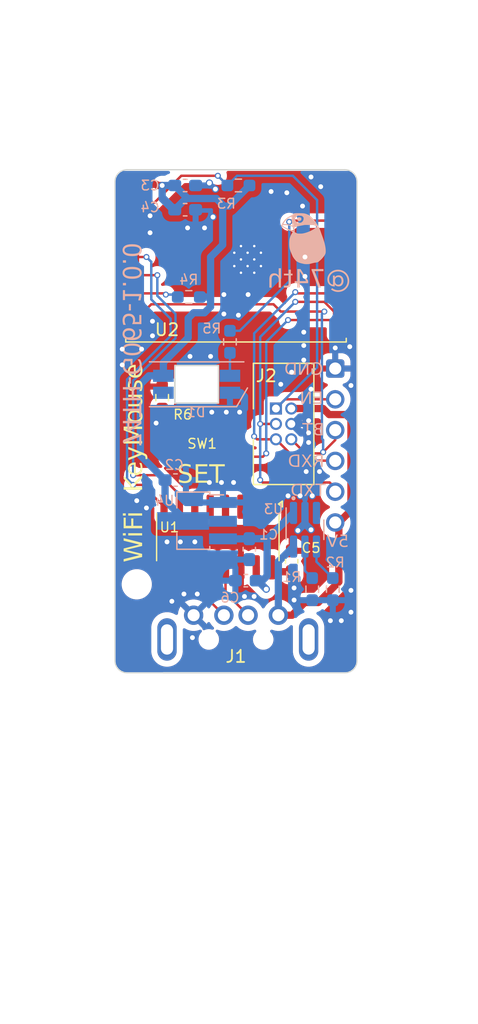
<source format=kicad_pcb>
(kicad_pcb (version 20241229) (generator "pcbnew") (generator_version "9.0")
  (title_block (title "WiFi KeyMouse") (rev "1.0.0"))
  (layers (0 "F.Cu" signal) (2 "B.Cu" signal) (13 "F.Paste" user) (15 "B.Paste" user) (5 "F.SilkS" user "F.Silkscreen") (7 "B.SilkS" user "B.Silkscreen") (1 "F.Mask" user) (3 "B.Mask" user) (25 "Edge.Cuts" user))
  (net 0 "")
  (net 1 "+5V")
  (net 2 "GND")
  (net 3 "+3V3")
  (net 4 "Net-(U1-V33)")
  (net 6 "Net-(D1-DIN)")
  (net 7 "/USB_DP")
  (net 8 "/USB_DM")
  (net 9 "/EN")
  (net 10 "/BOOT")
  (net 11 "/Prog_RXD")
  (net 12 "/Prog_TXD")
  (net 13 "Net-(U3-ISET)")
  (net 14 "Net-(U3-EN#)")
  (net 15 "Net-(U2-IO8{slash}BOOT1)")
  (net 16 "/LED")
  (net 17 "/CH9329_TXD")
  (net 22 "/CH9329_RXD")
  (net 36 "VBUS")
  (net 37 "Net-(R6-Pad2)")
  (net 38 "/SET_SW")
  (footprint "74th:Connector_BoxPinHeader_2x03_P1.27mm" (layer "F.Cu") (at 63.935 64.97)
    (property "Reference" "J2" (at -1.435 -3.97 0) (layer "F.SilkS"))
    (property "Value" "ESP-Prog-ProgramCOM_RECV" (hide yes))
    (pad "1" thru_hole rect (at -0.635 -1.27) (size 1 1) (drill 0.65) (layers "*.Cu" "*.Mask") (net 9 "/EN"))
    (pad "2" thru_hole oval (at 0.635 -1.27) (size 1 1) (drill 0.65) (layers "*.Cu" "*.Mask") (net 36 "VBUS"))
    (pad "3" thru_hole oval (at -0.635 0) (size 1 1) (drill 0.65) (layers "*.Cu" "*.Mask") (net 12 "/Prog_TXD"))
    (pad "4" thru_hole oval (at 0.635 0) (size 1 1) (drill 0.65) (layers "*.Cu" "*.Mask") (net 2 "GND"))
    (pad "5" thru_hole oval (at -0.635 1.27) (size 1 1) (drill 0.65) (layers "*.Cu" "*.Mask") (net 11 "/Prog_RXD"))
    (pad "6" thru_hole oval (at 0.635 1.27) (size 1 1) (drill 0.65) (layers "*.Cu" "*.Mask") (net 10 "/BOOT"))
  )
  (footprint "74th:PinOut_Pin_6_GND" (layer "F.Cu") (at 68.2 73.1 90)
    (property "Reference" "J3" (hide yes))
    (property "Value" "ESP-Prog-ProgramCOM_RECV_Straight" (hide yes))
    (pad "1" thru_hole circle (at 0 0 90) (size 1.524 1.524) (drill 1) (layers "*.Cu" "*.Mask") (net 36 "VBUS"))
    (pad "2" thru_hole circle (at 2.54 0 90) (size 1.524 1.524) (drill 1) (layers "*.Cu" "*.Mask") (net 12 "/Prog_TXD"))
    (pad "3" thru_hole circle (at 5.08 0 90) (size 1.524 1.524) (drill 1) (layers "*.Cu" "*.Mask") (net 11 "/Prog_RXD"))
    (pad "4" thru_hole circle (at 7.62 0 90) (size 1.524 1.524) (drill 1) (layers "*.Cu" "*.Mask") (net 10 "/BOOT"))
    (pad "5" thru_hole circle (at 10.16 0 90) (size 1.524 1.524) (drill 1) (layers "*.Cu" "*.Mask") (net 9 "/EN"))
    (pad "6" thru_hole roundrect (at 12.7 0 90) (size 1.524 1.524) (drill 1) (layers "*.Cu" "*.Mask") (roundrect_rratio 0.1640419948) (net 2 "GND"))
  )
  (footprint "Package_SO:SOP-16_3.9x9.9mm_P1.27mm" (layer "F.Cu") (at 58.5 74.3 -90)
    (property "Reference" "U1" (at -0.8 4 180) (layer "F.SilkS") (effects (font (size 0.8 0.8) (thickness 0.12))))
    (property "Value" "CH9329")
    (pad "1" smd roundrect (at -2.5 -4.445 270) (size 2 0.6) (layers "F.Cu" "F.Mask" "F.Paste"))
    (pad "2" smd roundrect (at -2.5 -3.175 270) (size 2 0.6) (layers "F.Cu" "F.Mask" "F.Paste"))
    (pad "3" smd roundrect (at -2.5 -1.905 270) (size 2 0.6) (layers "F.Cu" "F.Mask" "F.Paste"))
    (pad "4" smd roundrect (at -2.5 -0.635 270) (size 2 0.6) (layers "F.Cu" "F.Mask" "F.Paste"))
    (pad "5" smd roundrect (at -2.5 0.635 270) (size 2 0.6) (layers "F.Cu" "F.Mask" "F.Paste"))
    (pad "6" smd roundrect (at -2.5 1.905 270) (size 2 0.6) (layers "F.Cu" "F.Mask" "F.Paste"))
    (pad "7" smd roundrect (at -2.5 3.175 270) (size 2 0.6) (layers "F.Cu" "F.Mask" "F.Paste") (net 17 "/CH9329_TXD"))
    (pad "8" smd roundrect (at -2.5 4.445 270) (size 2 0.6) (layers "F.Cu" "F.Mask" "F.Paste") (net 22 "/CH9329_RXD"))
    (pad "9" smd roundrect (at 2.5 4.445 270) (size 2 0.6) (layers "F.Cu" "F.Mask" "F.Paste"))
    (pad "10" smd roundrect (at 2.5 3.175 270) (size 2 0.6) (layers "F.Cu" "F.Mask" "F.Paste"))
    (pad "11" smd roundrect (at 2.5 1.905 270) (size 2 0.6) (layers "F.Cu" "F.Mask" "F.Paste"))
    (pad "12" smd roundrect (at 2.5 0.635 270) (size 2 0.6) (layers "F.Cu" "F.Mask" "F.Paste") (net 7 "/USB_DP"))
    (pad "13" smd roundrect (at 2.5 -0.635 270) (size 2 0.6) (layers "F.Cu" "F.Mask" "F.Paste") (net 8 "/USB_DM"))
    (pad "14" smd roundrect (at 2.5 -1.905 270) (size 2 0.6) (layers "F.Cu" "F.Mask" "F.Paste") (net 2 "GND"))
    (pad "15" smd roundrect (at 2.5 -3.175 270) (size 2 0.6) (layers "F.Cu" "F.Mask" "F.Paste") (net 1 "+5V"))
    (pad "16" smd roundrect (at 2.5 -4.445 270) (size 2 0.6) (layers "F.Cu" "F.Mask" "F.Paste") (net 4 "Net-(U1-V33)"))
  )
  (footprint "74th:Connector_USB-A-Plug_TH" (layer "F.Cu") (at 60 82.75)
    (property "Reference" "J1" (at 0 1.4 0) (layer "F.SilkS"))
    (property "Value" "USB_TypeA-2.0_Plug")
    (fp_line (start -6 2.75) (end 6 2.75) (stroke (width 0.12)) (layer "Edge.Cuts"))
    (pad "" thru_hole oval (at -5.7 0) (size 1.6 3.5) (drill oval 1 2.5) (layers "*.Cu" "*.Mask"))
    (pad "" np_thru_hole circle (at -2.25 0) (size 1.2 1.2) (drill 1.2) (layers "*.Cu" "*.Mask"))
    (pad "" np_thru_hole circle (at 2.25 0) (size 1.2 1.2) (drill 1.2) (layers "*.Cu" "*.Mask"))
    (pad "" thru_hole oval (at 6 0) (size 1.6 3.5) (drill oval 1 2.5) (layers "*.Cu" "*.Mask"))
    (pad "1" thru_hole circle (at 3.5 -2) (size 1.6 1.6) (drill 1) (layers "*.Cu" "*.Mask") (net 36 "VBUS"))
    (pad "2" thru_hole circle (at 1 -2) (size 1.6 1.6) (drill 1) (layers "*.Cu" "*.Mask") (net 8 "/USB_DM"))
    (pad "3" thru_hole circle (at -1 -2) (size 1.6 1.6) (drill 1) (layers "*.Cu" "*.Mask") (net 7 "/USB_DP"))
    (pad "4" thru_hole circle (at -3.5 -2) (size 1.6 1.6) (drill 1) (layers "*.Cu" "*.Mask") (net 2 "GND"))
  )
  (footprint "74th:Switch_SKRPABE010" (layer "F.Cu") (at 57.2 66.6)
    (property "Reference" "SW1" (at 0 0 0) (layer "F.SilkS") (effects (font (size 0.8 0.8) (thickness 0.12))))
    (property "Value" "SW_Push" (hide yes))
    (pad "1" smd roundrect (at -2.325 -1.075) (size 1.55 0.65) (layers "F.Cu" "F.Mask" "F.Paste") (net 37 "Net-(R6-Pad2)"))
    (pad "1" smd roundrect (at 2.325 -1.075) (size 1.55 0.65) (layers "F.Cu" "F.Mask" "F.Paste") (net 37 "Net-(R6-Pad2)"))
    (pad "2" smd roundrect (at -2.325 1.075) (size 1.55 0.65) (layers "F.Cu" "F.Mask" "F.Paste") (net 38 "/SET_SW"))
    (pad "2" smd roundrect (at 2.325 1.075) (size 1.55 0.65) (layers "F.Cu" "F.Mask" "F.Paste") (net 38 "/SET_SW"))
  )
  (footprint "74th:Capacitor_0603_1608" (layer "F.Cu") (at 64.6 76.4 90)
    (property "Reference" "C5" (at 1.2 1.6 0) (layer "F.SilkS") (effects (font (size 0.8 0.8) (thickness 0.12))))
    (property "Value" "0.1u" (hide yes))
    (pad "1" smd roundrect (at -0.7625 0 90) (size 1.075 0.95) (layers "F.Cu" "F.Mask" "F.Paste") (net 4 "Net-(U1-V33)"))
    (pad "2" smd roundrect (at 0.9625 0 90) (size 1.075 0.95) (layers "F.Cu" "F.Mask" "F.Paste") (net 2 "GND"))
  )
  (footprint "74th:Module_ESP32-C3-WROOM-02" (layer "F.Cu") (at 60 51.2)
    (property "Reference" "U2" (at -5.7 6 180) (layer "F.SilkS"))
    (property "Value" "ESP32-C3-WROOM-02")
    (pad "1" smd rect (at -8.75 -6) (size 1.5 0.9) (layers "F.Cu" "F.Mask" "F.Paste") (net 3 "+3V3"))
    (pad "2" smd rect (at -8.75 -4.5) (size 1.5 0.9) (layers "F.Cu" "F.Mask" "F.Paste") (net 9 "/EN"))
    (pad "3" smd rect (at -8.75 -3) (size 1.5 0.9) (layers "F.Cu" "F.Mask" "F.Paste"))
    (pad "4" smd rect (at -8.75 -1.5) (size 1.5 0.9) (layers "F.Cu" "F.Mask" "F.Paste"))
    (pad "5" smd rect (at -8.75 0) (size 1.5 0.9) (layers "F.Cu" "F.Mask" "F.Paste") (net 22 "/CH9329_RXD"))
    (pad "6" smd rect (at -8.75 1.5) (size 1.5 0.9) (layers "F.Cu" "F.Mask" "F.Paste") (net 17 "/CH9329_TXD"))
    (pad "7" smd rect (at -8.75 3) (size 1.5 0.9) (layers "F.Cu" "F.Mask" "F.Paste") (net 15 "Net-(U2-IO8{slash}BOOT1)"))
    (pad "8" smd rect (at -8.75 4.5) (size 1.5 0.9) (layers "F.Cu" "F.Mask" "F.Paste") (net 10 "/BOOT"))
    (pad "9" smd rect (at -8.75 6) (size 1.5 0.9) (layers "F.Cu" "F.Mask" "F.Paste") (net 2 "GND"))
    (pad "10" smd rect (at 8.75 6) (size 1.5 0.9) (layers "F.Cu" "F.Mask" "F.Paste") (net 38 "/SET_SW"))
    (pad "11" smd rect (at 8.75 4.5) (size 1.5 0.9) (layers "F.Cu" "F.Mask" "F.Paste") (net 12 "/Prog_TXD"))
    (pad "12" smd rect (at 8.75 3) (size 1.5 0.9) (layers "F.Cu" "F.Mask" "F.Paste") (net 11 "/Prog_RXD"))
    (pad "13" smd rect (at 8.75 1.5) (size 1.5 0.9) (layers "F.Cu" "F.Mask" "F.Paste"))
    (pad "14" smd rect (at 8.75 0) (size 1.5 0.9) (layers "F.Cu" "F.Mask" "F.Paste"))
    (pad "15" smd rect (at 8.75 -1.5) (size 1.5 0.9) (layers "F.Cu" "F.Mask" "F.Paste"))
    (pad "16" smd rect (at 8.75 -3) (size 1.5 0.9) (layers "F.Cu" "F.Mask" "F.Paste") (net 16 "/LED"))
    (pad "17" smd rect (at 8.75 -4.5) (size 1.5 0.9) (layers "F.Cu" "F.Mask" "F.Paste"))
    (pad "18" smd rect (at 8.75 -6) (size 1.5 0.9) (layers "F.Cu" "F.Mask" "F.Paste"))
    (pad "19" thru_hole circle (at -0.14 -0.35) (size 0.6 0.6) (drill 0.2) (property pad_prop_heatsink) (layers "*.Cu" "F.Mask") (net 2 "GND"))
    (pad "19" thru_hole circle (at -0.14 0.75) (size 0.6 0.6) (drill 0.2) (property pad_prop_heatsink) (layers "*.Cu" "F.Mask") (net 2 "GND"))
    (pad "19" thru_hole circle (at 0.41 -0.9) (size 0.6 0.6) (drill 0.2) (property pad_prop_heatsink) (layers "*.Cu" "F.Mask") (net 2 "GND"))
    (pad "19" thru_hole circle (at 0.41 0.2) (size 0.6 0.6) (drill 0.2) (property pad_prop_heatsink) (layers "*.Cu" "F.Mask") (net 2 "GND"))
    (pad "19" thru_hole circle (at 0.41 1.3) (size 0.6 0.6) (drill 0.2) (property pad_prop_heatsink) (layers "*.Cu" "F.Mask") (net 2 "GND"))
    (pad "19" thru_hole circle (at 0.96 -0.35) (size 0.6 0.6) (drill 0.2) (property pad_prop_heatsink) (layers "*.Cu" "F.Mask") (net 2 "GND"))
    (pad "19" smd rect (at 0.96 0.2) (size 2.9 2.9) (property pad_prop_heatsink) (layers "F.Cu" "F.Mask") (net 2 "GND"))
    (pad "19" thru_hole circle (at 0.96 0.75) (size 0.6 0.6) (drill 0.2) (property pad_prop_heatsink) (layers "*.Cu" "F.Mask") (net 2 "GND"))
    (pad "19" thru_hole circle (at 1.51 -0.9) (size 0.6 0.6) (drill 0.2) (property pad_prop_heatsink) (layers "*.Cu" "F.Mask") (net 2 "GND"))
    (pad "19" thru_hole circle (at 1.51 0.2) (size 0.6 0.6) (drill 0.2) (property pad_prop_heatsink) (layers "*.Cu" "F.Mask") (net 2 "GND"))
    (pad "19" thru_hole circle (at 1.51 1.3) (size 0.6 0.6) (drill 0.2) (property pad_prop_heatsink) (layers "*.Cu" "F.Mask") (net 2 "GND"))
    (pad "19" thru_hole circle (at 2.06 -0.35) (size 0.6 0.6) (drill 0.2) (property pad_prop_heatsink) (layers "*.Cu" "F.Mask") (net 2 "GND"))
    (pad "19" thru_hole circle (at 2.06 0.75) (size 0.6 0.6) (drill 0.2) (property pad_prop_heatsink) (layers "*.Cu" "F.Mask") (net 2 "GND"))
    (zone (net 0) (net_name "") (layers "F.Cu" "B.Cu") (connect_pads (clearance 0)) (min_thickness 0.254)
      (keepout (tracks not_allowed) (vias not_allowed) (pads not_allowed) (copperpour not_allowed) (footprints not_allowed))
      (fill (thermal_gap 0.508) (thermal_bridge_width 0.508))
      (polygon (pts (xy 46 44.1) (xy 74 44.1) (xy 74 33.1) (xy 46 33.1)))
    )
  )
  (footprint "74th:Hole_M2_2.0" (layer "F.Cu") (at 51.8 78.2)
    (property "Reference" "M2" (hide yes))
    (property "Value" "Hole_M2_2.0" (hide yes))
    (pad "" np_thru_hole circle (at 0 0) (size 2 2) (drill 2) (layers "*.Cu" "*.Mask"))
  )
  (footprint "74th:Register_0603_1608" (layer "F.Cu") (at 53.9 62.8 -90)
    (property "Reference" "R6" (at 1.4 -1.7 180) (layer "F.SilkS") (effects (font (size 0.8 0.8) (thickness 0.12))))
    (property "Value" "1k" (hide yes))
    (pad "1" smd roundrect (at -0.9125 0 270) (size 0.975 0.95) (layers "F.Cu" "F.Mask" "F.Paste") (net 2 "GND"))
    (pad "2" smd roundrect (at 0.9125 0 270) (size 0.975 0.95) (layers "F.Cu" "F.Mask" "F.Paste") (net 37 "Net-(R6-Pad2)"))
  )
  (footprint "74th:Capacitor_0603_1608" (layer "B.Cu") (at 54.9 69.6)
    (property "Reference" "C2" (at 0 -1.25 0) (layer "B.SilkS") (effects (font (size 0.8 0.8) (thickness 0.12)) (justify mirror)))
    (property "Value" "10u" (hide yes))
    (pad "1" smd roundrect (at -0.7625 0) (size 1.075 0.95) (layers "B.Cu" "B.Mask" "B.Paste") (net 3 "+3V3"))
    (pad "2" smd roundrect (at 0.9625 0) (size 1.075 0.95) (layers "B.Cu" "B.Mask" "B.Paste") (net 2 "GND"))
  )
  (footprint "74th:Package_SOT-23-6" (layer "B.Cu") (at 65.7 73.7 -90)
    (property "Reference" "U3" (at -1.7 2.6 0) (layer "B.SilkS") (effects (font (size 0.8 0.8) (thickness 0.12)) (justify mirror)))
    (property "Value" "CH217K")
    (pad "1" smd roundrect (at -1.3875 0.95 270) (size 1.825 0.6) (layers "B.Cu" "B.Mask" "B.Paste") (net 1 "+5V"))
    (pad "2" smd roundrect (at -1.3875 0 270) (size 1.825 0.6) (layers "B.Cu" "B.Mask" "B.Paste") (net 2 "GND"))
    (pad "3" smd roundrect (at -1.3875 -0.95 270) (size 1.825 0.6) (layers "B.Cu" "B.Mask" "B.Paste"))
    (pad "4" smd roundrect (at 1.3875 -0.95 270) (size 1.825 0.6) (layers "B.Cu" "B.Mask" "B.Paste") (net 14 "Net-(U3-EN#)"))
    (pad "5" smd roundrect (at 1.3875 0 270) (size 1.825 0.6) (layers "B.Cu" "B.Mask" "B.Paste") (net 13 "Net-(U3-ISET)"))
    (pad "6" smd roundrect (at 1.3875 0.95 270) (size 1.825 0.6) (layers "B.Cu" "B.Mask" "B.Paste") (net 36 "VBUS"))
  )
  (footprint "74th:Register_0603_1608" (layer "B.Cu") (at 68 78.6 -90)
    (property "Reference" "R2" (at -2.2 -0.2 0) (layer "B.SilkS") (effects (font (size 0.8 0.8) (thickness 0.12)) (justify mirror)))
    (property "Value" "10k" (hide yes))
    (pad "1" smd roundrect (at -0.9125 0 270) (size 0.975 0.95) (layers "B.Cu" "B.Mask" "B.Paste") (net 14 "Net-(U3-EN#)"))
    (pad "2" smd roundrect (at 0.9125 0 270) (size 0.975 0.95) (layers "B.Cu" "B.Mask" "B.Paste") (net 2 "GND"))
  )
  (footprint "74th:Package_SOT-89-3" (layer "B.Cu") (at 56.475 72.95 180)
    (property "Reference" "U4" (at 2.375 1.65 0) (layer "B.SilkS") (effects (font (size 0.8 0.8) (thickness 0.12)) (justify mirror)))
    (property "Value" "AMS1117")
    (pad "1" smd rect (at -2.45 1.5 180) (size 2.3 0.9) (layers "B.Cu" "B.Mask" "B.Paste") (net 2 "GND"))
    (pad "2" smd rect (at -2.45 -0.05 180) (size 2.3 0.9) (layers "B.Cu" "B.Mask" "B.Paste") (net 3 "+3V3"))
    (pad "2" smd rect (at 0.85 -0.025 180) (size 4.3 1.45) (layers "B.Cu" "B.Mask" "B.Paste") (net 3 "+3V3"))
    (pad "3" smd rect (at -2.45 -1.5 180) (size 2.3 0.9) (layers "B.Cu" "B.Mask" "B.Paste") (net 1 "+5V"))
  )
  (footprint "74th:Register_0603_1608" (layer "B.Cu") (at 66.3 78.6 -90)
    (property "Reference" "R1" (at -1 1.7 0) (layer "B.SilkS") (effects (font (size 0.8 0.8) (thickness 0.12)) (justify mirror)))
    (property "Value" "22k" (hide yes))
    (pad "1" smd roundrect (at -0.9125 0 270) (size 0.975 0.95) (layers "B.Cu" "B.Mask" "B.Paste") (net 13 "Net-(U3-ISET)"))
    (pad "2" smd roundrect (at 0.9125 0 270) (size 0.975 0.95) (layers "B.Cu" "B.Mask" "B.Paste") (net 2 "GND"))
  )
  (footprint "74th:Capacitor_0603_1608" (layer "B.Cu") (at 55.7 47.3)
    (property "Reference" "C4" (at -2.8 -0.2 0) (layer "B.SilkS") (effects (font (size 0.8 0.8) (thickness 0.12)) (justify mirror)))
    (property "Value" "0.1u" (hide yes))
    (pad "1" smd roundrect (at -0.7625 0) (size 1.075 0.95) (layers "B.Cu" "B.Mask" "B.Paste") (net 3 "+3V3"))
    (pad "2" smd roundrect (at 0.9625 0) (size 1.075 0.95) (layers "B.Cu" "B.Mask" "B.Paste") (net 2 "GND"))
  )
  (footprint "74th:Capacitor_0603_1608" (layer "B.Cu") (at 60.9125 77.9 180)
    (property "Reference" "C6" (at 1.4125 -1.4 180) (layer "B.SilkS") (effects (font (size 0.8 0.8) (thickness 0.12)) (justify mirror)))
    (property "Value" "0.1u" (hide yes))
    (pad "1" smd roundrect (at -0.7625 0 180) (size 1.075 0.95) (layers "B.Cu" "B.Mask" "B.Paste") (net 1 "+5V"))
    (pad "2" smd roundrect (at 0.9625 0 180) (size 1.075 0.95) (layers "B.Cu" "B.Mask" "B.Paste") (net 2 "GND"))
  )
  (footprint "74th:Register_0603_1608" (layer "B.Cu") (at 56.1 54.5 180)
    (property "Reference" "R4" (at 0 1.43 0) (layer "B.SilkS") (effects (font (size 0.8 0.8) (thickness 0.12)) (justify mirror)))
    (property "Value" "10k" (hide yes))
    (pad "1" smd roundrect (at -0.9125 0 180) (size 0.975 0.95) (layers "B.Cu" "B.Mask" "B.Paste") (net 3 "+3V3"))
    (pad "2" smd roundrect (at 0.9125 0 180) (size 0.975 0.95) (layers "B.Cu" "B.Mask" "B.Paste") (net 15 "Net-(U2-IO8{slash}BOOT1)"))
  )
  (footprint "74th:Register_0603_1608" (layer "B.Cu") (at 59.5 58.2 -90)
    (property "Reference" "R5" (at -1.1 1.5 0) (layer "B.SilkS") (effects (font (size 0.8 0.8) (thickness 0.12)) (justify mirror)))
    (property "Value" "200" (hide yes))
    (pad "1" smd roundrect (at -0.9125 0 270) (size 0.975 0.95) (layers "B.Cu" "B.Mask" "B.Paste") (net 16 "/LED"))
    (pad "2" smd roundrect (at 0.9125 0 270) (size 0.975 0.95) (layers "B.Cu" "B.Mask" "B.Paste") (net 6 "Net-(D1-DIN)"))
  )
  (footprint "74th:LED_SK6812MINI-E_BACK-RIGHT" (layer "B.Cu") (at 56.75 61.7 180)
    (property "Reference" "D1" (at 0.05 -2.3 0) (layer "B.SilkS") (effects (font (size 0.8 0.8) (thickness 0.12)) (justify mirror)))
    (property "Value" "SK6812MINI-E_RGBLED" (hide yes))
    (fp_line (start 1.8 1.55) (end -1.8 1.55) (stroke (width 0.12)) (layer "Edge.Cuts"))
    (fp_line (start 1.8 -1.55) (end 1.8 1.55) (stroke (width 0.12)) (layer "Edge.Cuts"))
    (fp_line (start -1.8 1.55) (end -1.8 -1.55) (stroke (width 0.12)) (layer "Edge.Cuts"))
    (fp_line (start -1.8 -1.55) (end 1.8 -1.55) (stroke (width 0.12)) (layer "Edge.Cuts"))
    (pad "1" smd rect (at 2.75 0.7 180) (size 1.7 1) (layers "B.Cu" "B.Mask" "B.Paste") (net 3 "+3V3"))
    (pad "2" smd rect (at 2.75 -0.7 180) (size 1.7 1) (layers "B.Cu" "B.Mask" "B.Paste"))
    (pad "3" smd rect (at -2.75 -0.7 180) (size 1.7 1) (layers "B.Cu" "B.Mask" "B.Paste") (net 2 "GND"))
    (pad "4" smd rect (at -2.75 0.7 180) (size 1.7 1) (layers "B.Cu" "B.Mask" "B.Paste") (net 6 "Net-(D1-DIN)"))
  )
  (footprint "74th:Capacitor_0603_1608" (layer "B.Cu") (at 61.1 75.2 -90)
    (property "Reference" "C1" (at -1.1 -1.6 180) (layer "B.SilkS") (effects (font (size 0.8 0.8) (thickness 0.12)) (justify mirror)))
    (property "Value" "10u" (hide yes))
    (pad "1" smd roundrect (at -0.7625 0 270) (size 1.075 0.95) (layers "B.Cu" "B.Mask" "B.Paste") (net 1 "+5V"))
    (pad "2" smd roundrect (at 0.9625 0 270) (size 1.075 0.95) (layers "B.Cu" "B.Mask" "B.Paste") (net 2 "GND"))
  )
  (footprint "74th:Capacitor_0603_1608" (layer "B.Cu") (at 55.7 45.3)
    (property "Reference" "C3" (at -2.8 0 0) (layer "B.SilkS") (effects (font (size 0.8 0.8) (thickness 0.12)) (justify mirror)))
    (property "Value" "22u" (hide yes))
    (pad "1" smd roundrect (at -0.7625 0) (size 1.075 0.95) (layers "B.Cu" "B.Mask" "B.Paste") (net 3 "+3V3"))
    (pad "2" smd roundrect (at 0.9625 0) (size 1.075 0.95) (layers "B.Cu" "B.Mask" "B.Paste") (net 2 "GND"))
  )
  (footprint "74th:Register_0603_1608" (layer "B.Cu") (at 60.2 45.3 180)
    (property "Reference" "R3" (at 1 -1.5 180) (layer "B.SilkS") (effects (font (size 0.8 0.8) (thickness 0.12)) (justify mirror)))
    (property "Value" "10k" (hide yes))
    (pad "1" smd roundrect (at -0.9125 0 180) (size 0.975 0.95) (layers "B.Cu" "B.Mask" "B.Paste") (net 3 "+3V3"))
    (pad "2" smd roundrect (at 0.9125 0 180) (size 0.975 0.95) (layers "B.Cu" "B.Mask" "B.Paste") (net 9 "/EN"))
  )
  (footprint "74th:Logo_74th_5mm" (layer "B.Cu") (at 65.7 49.9 180)
    (property "Reference" "MISC-ICON" (hide yes))
    (property "Value" "LOGO" (hide yes))
  )
  (gr_line (start 70 84.5) (end 70 45) (stroke (width 0.1)) (layer "Edge.Cuts"))
  (gr_arc (start 70 84.5) (mid 69.707107 85.207107) (end 69 85.5) (stroke (width 0.1)) (layer "Edge.Cuts"))
  (gr_arc (start 50 45) (mid 50.292893 44.292893) (end 51 44) (stroke (width 0.1)) (layer "Edge.Cuts"))
  (gr_line (start 69 85.5) (end 66 85.5) (stroke (width 0.1)) (layer "Edge.Cuts"))
  (gr_arc (start 69 44) (mid 69.707107 44.292893) (end 70 45) (stroke (width 0.1)) (layer "Edge.Cuts"))
  (gr_line (start 51 44) (end 69 44) (stroke (width 0.1)) (layer "Edge.Cuts"))
  (gr_line (start 50 84.5) (end 50 45) (stroke (width 0.1)) (layer "Edge.Cuts"))
  (gr_line (start 51 85.5) (end 54 85.5) (stroke (width 0.1)) (layer "Edge.Cuts"))
  (gr_arc (start 51 85.5) (mid 50.292893 85.207107) (end 50 84.5) (stroke (width 0.1)) (layer "Edge.Cuts"))
  (gr_text "KeyMouse" (at 52.5 70.6 90) (layer "F.SilkS") (effects (font (size 1.5 1.5) (thickness 0.2)) (justify left bottom)))
  (gr_text "WiFi" (at 52.5 76.4 90) (layer "F.SilkS") (effects (font (size 1.5 1.5) (thickness 0.2)) (justify left bottom)))
  (gr_text "SET" (at 57.1 69.2 0) (layer "F.SilkS") (effects (font (size 1.5 1.5) (thickness 0.2))))
  (gr_text "BT" (at 67.3 65.5 0) (layer "B.SilkS") (effects (font (size 1 1) (thickness 0.12)) (justify left mirror)))
  (gr_text "74TH-G065-${REVISION}" (at 50.4 66.9 270) (layer "B.SilkS") (effects (font (size 1.5 1.4) (thickness 0.12)) (justify left bottom mirror)))
  (gr_text "TXD" (at 67.4 70.5 0) (layer "B.SilkS") (effects (font (size 1 1) (thickness 0.12)) (justify left mirror)))
  (gr_text "GND" (at 67.2 60.5 0) (layer "B.SilkS") (effects (font (size 1 1) (thickness 0.12)) (justify left mirror)))
  (gr_text "@74th" (at 69.5 53.9775 0) (layer "B.SilkS") (effects (font (size 1.5 1.5) (thickness 0.12)) (justify left bottom mirror)))
  (gr_text "5V" (at 68.4 74.7 0) (layer "B.SilkS") (effects (font (size 1 1) (thickness 0.12)) (justify mirror)))
  (gr_text "EN" (at 67.2 62.9 0) (layer "B.SilkS") (effects (font (size 1 1) (thickness 0.12)) (justify left mirror)))
  (gr_text "RXD" (at 67.3 68.1 0) (layer "B.SilkS") (effects (font (size 1 1) (thickness 0.12)) (justify left mirror)))
  (segment (start 62.5 78.6) (end 61.675 77.775) (width 0.6) (layer "F.Cu") (net 1))
  (segment (start 61.675 77.775) (end 61.675 76.8) (width 0.6) (layer "F.Cu") (net 1))
  (via (at 62.5 78.6) (size 0.6) (drill 0.4) (layers "F.Cu" "B.Cu") (net 1))
  (segment (start 61.1 74.4375) (end 62.525 74.4375) (width 0.6) (layer "B.Cu") (net 1))
  (segment (start 62.575 77.5) (end 62.575 74.7375) (width 0.6) (layer "B.Cu") (net 1))
  (segment (start 62.575 74.4875) (end 62.575 77.5) (width 0.6) (layer "B.Cu") (net 1))
  (segment (start 58.925 74.45) (end 61.0875 74.45) (width 0.6) (layer "B.Cu") (net 1))
  (segment (start 62.525 74.4375) (end 62.575 74.4875) (width 0.6) (layer "B.Cu") (net 1))
  (segment (start 64.75 72.3125) (end 62.575 74.4875) (width 0.6) (layer "B.Cu") (net 1))
  (segment (start 61.0875 74.45) (end 61.1 74.4375) (width 0.6) (layer "B.Cu") (net 1))
  (segment (start 61.675 77.9) (end 61.8 77.9) (width 0.6) (layer "B.Cu") (net 1))
  (segment (start 61.675 77.9) (end 62.175 77.9) (width 0.6) (layer "B.Cu") (net 1))
  (segment (start 62.175 77.9) (end 62.575 77.5) (width 0.6) (layer "B.Cu") (net 1))
  (segment (start 61.8 77.9) (end 62.5 78.6) (width 0.6) (layer "B.Cu") (net 1))
  (via (at 64.6 60.7) (size 0.6) (drill 0.4) (layers "F.Cu" "B.Cu") (net 2))
  (via (at 66.2 62.1) (size 0.6) (drill 0.4) (layers "F.Cu" "B.Cu") (net 2))
  (via (at 59.2 64) (size 0.6) (drill 0.4) (layers "F.Cu" "B.Cu") (net 2))
  (via (at 69.5 61.8) (size 0.6) (drill 0.4) (layers "F.Cu" "B.Cu") (net 2))
  (via (at 65.1142 73.761487) (size 0.6) (drill 0.4) (layers "F.Cu" "B.Cu") (net 2))
  (via (at 64.8 78.5) (size 0.6) (drill 0.4) (layers "F.Cu" "B.Cu") (net 2))
  (via (at 50.6 60.1) (size 0.6) (drill 0.4) (layers "F.Cu" "B.Cu") (net 2))
  (via (at 58.1 47.9) (size 0.6) (drill 0.4) (layers "F.Cu" "B.Cu") (net 2))
  (via (at 64.2 45.9) (size 0.6) (drill 0.4) (layers "F.Cu" "B.Cu") (net 2))
  (via (at 53.4 64.9) (size 0.6) (drill 0.4) (layers "F.Cu" "B.Cu") (net 2))
  (via (at 65.5 47) (size 0.6) (drill 0.4) (layers "F.Cu" "B.Cu") (net 2))
  (via (at 61 54.3) (size 0.6) (drill 0.4) (layers "F.Cu" "B.Cu") (net 2))
  (via (at 52.9 49.2) (size 0.6) (drill 0.4) (layers "F.Cu" "B.Cu") (net 2))
  (via (at 66.2 44.6) (size 0.6) (drill 0.4) (layers "F.Cu" "B.Cu") (net 2))
  (via (at 56.6 74.7) (size 0.6) (drill 0.4) (layers "F.Cu" "B.Cu") (net 2))
  (via (at 66.3 70.9) (size 0.6) (drill 0.4) (layers "F.Cu" "B.Cu") (net 2))
  (via (at 63.7 61.7) (size 0.6) (drill 0.4) (layers "F.Cu" "B.Cu") (net 2))
  (via (at 57.8 69.8) (size 0.6) (drill 0.4) (layers "F.Cu" "B.Cu") (net 2))
  (via (at 52.6 71.9) (size 0.6) (drill 0.4) (layers "F.Cu" "B.Cu") (net 2))
  (via (at 66 66.5) (size 0.6) (drill 0.4) (layers "F.Cu" "B.Cu") (net 2))
  (via (at 59 55.9) (size 0.6) (drill 0.4) (layers "F.Cu" "B.Cu") (net 2))
  (via (at 53.1 57.7) (size 0.6) (drill 0.4) (layers "F.Cu" "B.Cu") (net 2))
  (via (at 56 48.8) (size 0.6) (drill 0.4) (layers "F.Cu" "B.Cu") (net 2))
  (via (at 60.7 79.2) (size 0.6) (drill 0.4) (layers "F.Cu" "B.Cu") (net 2))
  (via (at 54.3 74.7) (size 0.6) (drill 0.4) (layers "F.Cu" "B.Cu") (net 2))
  (via (at 57.9 59.4) (size 0.6) (drill 0.4) (layers "F.Cu" "B.Cu") (net 2))
  (via (at 64.8 79.5) (size 0.6) (drill 0.4) (layers "F.Cu" "B.Cu") (net 2))
  (via (at 62.9 45.8) (size 0.6) (drill 0.4) (layers "F.Cu" "B.Cu") (net 2))
  (via (at 52.9 47.8) (size 0.6) (drill 0.4) (layers "F.Cu" "B.Cu") (net 2))
  (via (at 67 45.4) (size 0.6) (drill 0.4) (layers "F.Cu" "B.Cu") (net 2))
  (via (at 67.8 81.2) (size 0.6) (drill 0.4) (layers "F.Cu" "B.Cu") (net 2))
  (via (at 51.8 71.3) (size 0.6) (drill 0.4) (layers "F.Cu" "B.Cu") (net 2))
  (via (at 66 65.7) (size 0.6) (drill 0.4) (layers "F.Cu" "B.Cu") (net 2))
  (via (at 66 64.7) (size 0.6) (drill 0.4) (layers "F.Cu" "B.Cu") (net 2))
  (via (at 69.5 80.5) (size 0.6) (drill 0.4) (layers "F.Cu" "B.Cu") (net 2))
  (via (at 57.8 45.1) (size 0.6) (drill 0.4) (layers "F.Cu" "B.Cu") (net 2))
  (via (at 58 64) (size 0.6) (drill 0.4) (layers "F.Cu" "B.Cu") (net 2))
  (via (at 59.8 69.8) (size 0.6) (drill 0.4) (layers "F.Cu" "B.Cu") (net 2))
  (via (at 58.8 69.8) (size 0.6) (drill 0.4) (layers "F.Cu" "B.Cu") (net 2))
  (via (at 50.6 58.8) (size 0.6) (drill 0.4) (layers "F.Cu" "B.Cu") (net 2))
  (via (at 55.4 74.7) (size 0.6) (drill 0.4) (layers "F.Cu" "B.Cu") (net 2))
  (via (at 65.3 70.9) (size 0.6) (drill 0.4) (layers "F.Cu" "B.Cu") (net 2))
  (via (at 57.4 48.8) (size 0.6) (drill 0.4) (layers "F.Cu" "B.Cu") (net 2))
  (via (at 66.2 73.7) (size 0.6) (drill 0.4) (layers "F.Cu" "B.Cu") (net 2))
  (via (at 56.2 59.4) (size 0.6) (drill 0.4) (layers "F.Cu" "B.Cu") (net 2))
  (via (at 55.7 79) (size 0.6) (drill 0.4) (layers "F.Cu" "B.Cu") (net 2))
  (via (at 66.9 68.9) (size 0.6) (drill 0.4) (layers "F.Cu" "B.Cu") (net 2))
  (via (at 52.2 58.8) (size 0.6) (drill 0.4) (layers "F.Cu" "B.Cu") (net 2))
  (via (at 65.6 58.5) (size 0.6) (drill 0.4) (layers "F.Cu" "B.Cu") (net 2))
  (via (at 65.7 51.2) (size 0.6) (drill 0.4) (layers "F.Cu" "B.Cu") (net 2))
  (via (at 65.7 52.8) (size 0.6) (drill 0.4) (layers "F.Cu" "B.Cu") (net 2))
  (via (at 65.8 68.9) (size 0.6) (drill 0.4) (layers "F.Cu" "B.Cu") (net 2))
  (via (at 64.3 70.9) (size 0.6) (drill 0.4) (layers "F.Cu" "B.Cu") (net 2))
  (via (at 60.3 64) (size 0.6) (drill 0.4) (layers "F.Cu" "B.Cu") (net 2))
  (via (at 59 54.3) (size 0.6) (drill 0.4) (layers "F.Cu" "B.Cu") (net 2))
  (via (at 68.7 81.2) (size 0.6) (drill 0.4) (layers "F.Cu" "B.Cu") (net 2))
  (via (at 65.6 59.7) (size 0.6) (drill 0.4) (layers "F.Cu" "B.Cu") (net 2))
  (via (at 56.4 82.6) (size 0.6) (drill 0.4) (layers "F.Cu" "B.Cu") (net 2))
  (via (at 69.4 58.6) (size 0.6) (drill 0.4) (layers "F.Cu" "B.Cu") (net 2))
  (via (at 65.6 57.4) (size 0.6) (drill 0.4) (layers "F.Cu" "B.Cu") (net 2))
  (via (at 54.7 79.6) (size 0.6) (drill 0.4) (layers "F.Cu" "B.Cu") (net 2))
  (via (at 53.1 56.5) (size 0.6) (drill 0.4) (layers "F.Cu" "B.Cu") (net 2))
  (via (at 61.5 79.2) (size 0.6) (drill 0.4) (layers "F.Cu" "B.Cu") (net 2))
  (via (at 56.8 79) (size 0.6) (drill 0.4) (layers "F.Cu" "B.Cu") (net 2))
  (via (at 60.2 56) (size 0.6) (drill 0.4) (layers "F.Cu" "B.Cu") (net 2))
  (via (at 68.2 58.7) (size 0.6) (drill 0.4) (layers "F.Cu" "B.Cu") (net 2))
  (via (at 69.5 78.7) (size 0.6) (drill 0.4) (layers "F.Cu" "B.Cu") (net 2))
  (via (at 58.3 45.6) (size 0.6) (drill 0.4) (layers "F.Cu" "B.Cu") (net 2))
  (segment (start 59.5 62.4) (end 60.4 62.4) (width 0.6) (layer "B.Cu") (net 2))
  (segment (start 60.7 62.7) (end 60.7 63.7) (width 0.6) (layer "B.Cu") (net 2))
  (segment (start 60.4 62.4) (end 60.7 62.7) (width 0.6) (layer "B.Cu") (net 2))
  (segment (start 60.4 64) (end 60.3 64) (width 0.6) (layer "B.Cu") (net 2))
  (segment (start 60.7 63.7) (end 60.4 64) (width 0.6) (layer "B.Cu") (net 2))
  (segment (start 65.4 65.7) (end 66 65.7) (width 0.6) (layer "B.Cu") (net 2))
  (segment (start 65.3 64.4) (end 65.7 64.4) (width 0.6) (layer "B.Cu") (net 2))
  (segment (start 65.7 73.2) (end 66.2 73.7) (width 0.6) (layer "B.Cu") (net 2))
  (segment (start 64.644918 64.97) (end 65.387459 65.712541) (width 0.6) (layer "B.Cu") (net 2))
  (segment (start 65.7 72.3125) (end 65.7 73.175687) (width 0.6) (layer "B.Cu") (net 2))
  (segment (start 65.7 73.175687) (end 65.1142 73.761487) (width 0.6) (layer "B.Cu") (net 2))
  (segment (start 65.387459 65.712541) (end 65.4 65.7) (width 0.6) (layer "B.Cu") (net 2))
  (segment (start 64.57 64.97) (end 64.73 64.97) (width 0.6) (layer "B.Cu") (net 2))
  (segment (start 65.7 72.3125) (end 65.7 73.2) (width 0.6) (layer "B.Cu") (net 2))
  (segment (start 65.7 64.4) (end 66 64.7) (width 0.6) (layer "B.Cu") (net 2))
  (segment (start 64.73 64.97) (end 65.3 64.4) (width 0.6) (layer "B.Cu") (net 2))
  (segment (start 64.57 64.97) (end 64.644918 64.97) (width 0.6) (layer "B.Cu") (net 2))
  (segment (start 53.5 45.3) (end 53.4 45.2) (width 0.6) (layer "F.Cu") (net 3))
  (segment (start 53.9 45.3) (end 53.5 45.3) (width 0.6) (layer "F.Cu") (net 3))
  (segment (start 53.4 45.2) (end 51.25 45.2) (width 0.6) (layer "F.Cu") (net 3))
  (via (at 53.9 45.3) (size 0.6) (drill 0.4) (layers "F.Cu" "B.Cu") (net 3))
  (segment (start 54.8 47.3) (end 53.9 46.4) (width 0.6) (layer "B.Cu") (net 3))
  (segment (start 58.9 47.1) (end 59 47) (width 0.6) (layer "B.Cu") (net 3))
  (segment (start 55.8635 46.374) (end 55.8635 46.226) (width 0.6) (layer "B.Cu") (net 3))
  (segment (start 54 61) (end 54 59.9) (width 0.6) (layer "B.Cu") (net 3))
  (segment (start 58.9 50.2) (end 58.9 47.1) (width 0.6) (layer "B.Cu") (net 3))
  (segment (start 54.9375 45.3) (end 53.9 45.3) (width 0.6) (layer "B.Cu") (net 3))
  (segment (start 56.5 55.8) (end 57.4 55.8) (width 0.6) (layer "B.Cu") (net 3))
  (segment (start 53.9 46.2625) (end 54.9375 47.3) (width 0.6) (layer "B.Cu") (net 3))
  (segment (start 54 59.9) (end 56.05 57.85) (width 0.6) (layer "B.Cu") (net 3))
  (segment (start 52.1 67.5625) (end 52.1 61.7) (width 0.6) (layer "B.Cu") (net 3))
  (segment (start 57.4 55.8) (end 57.9 55.3) (width 0.6) (layer "B.Cu") (net 3))
  (segment (start 52.1 61.7) (end 52.8 61) (width 0.6) (layer "B.Cu") (net 3))
  (segment (start 59.4125 47) (end 61.1125 45.3) (width 0.6) (layer "B.Cu") (net 3))
  (segment (start 54.9375 47.3) (end 54.8 47.3) (width 0.6) (layer "B.Cu") (net 3))
  (segment (start 57.9 54.1) (end 57.9 55.3) (width 0.6) (layer "B.Cu") (net 3))
  (segment (start 57.9 54.5) (end 57.9 54.1) (width 0.6) (layer "B.Cu") (net 3))
  (segment (start 55.625 72.75) (end 54.1375 71.2625) (width 0.6) (layer "B.Cu") (net 3))
  (segment (start 52.8 61) (end 54 61) (width 0.6) (layer "B.Cu") (net 3))
  (segment (start 55.8635 46.226) (end 54.9375 45.3) (width 0.6) (layer "B.Cu") (net 3))
  (segment (start 55.625 72.975) (end 55.625 72.75) (width 0.6) (layer "B.Cu") (net 3))
  (segment (start 57.9 54.1) (end 57.9 51.2) (width 0.6) (layer "B.Cu") (net 3))
  (segment (start 57.9 51.2) (end 58.9 50.2) (width 0.6) (layer "B.Cu") (net 3))
  (segment (start 58.374 46.374) (end 55.8635 46.374) (width 0.6) (layer "B.Cu") (net 3))
  (segment (start 56.05 56.25) (end 56.5 55.8) (width 0.6) (layer "B.Cu") (net 3))
  (segment (start 59 47) (end 59.4125 47) (width 0.6) (layer "B.Cu") (net 3))
  (segment (start 55.8635 46.374) (end 54.9375 47.3) (width 0.6) (layer "B.Cu") (net 3))
  (segment (start 54.1375 71.2625) (end 54.1375 69.6) (width 0.6) (layer "B.Cu") (net 3))
  (segment (start 59 47) (end 58.374 46.374) (width 0.6) (layer "B.Cu") (net 3))
  (segment (start 53.9 45.3) (end 53.9 46.2625) (width 0.6) (layer "B.Cu") (net 3))
  (segment (start 54.1375 69.6) (end 52.1 67.5625) (width 0.6) (layer "B.Cu") (net 3))
  (segment (start 57.0125 54.5) (end 57.9 54.5) (width 0.6) (layer "B.Cu") (net 3))
  (segment (start 56.05 57.85) (end 56.05 56.25) (width 0.6) (layer "B.Cu") (net 3))
  (segment (start 63.3075 77.1625) (end 62.945 76.8) (width 0.6) (layer "F.Cu") (net 4))
  (segment (start 64.6 77.1625) (end 63.3075 77.1625) (width 0.6) (layer "F.Cu") (net 4))
  (segment (start 59.5 59.1125) (end 59.5 61) (width 0.2) (layer "B.Cu") (net 6))
  (segment (start 59 80.75) (end 57.865 79.615) (width 0.2) (layer "F.Cu") (net 7))
  (segment (start 57.865 79.615) (end 57.865 76.8) (width 0.2) (layer "F.Cu") (net 7))
  (segment (start 59.135 78.885) (end 59.135 76.8) (width 0.2) (layer "F.Cu") (net 8))
  (segment (start 61 80.75) (end 59.135 78.885) (width 0.2) (layer "F.Cu") (net 8))
  (segment (start 55.479232 44.5) (end 58.5 44.5) (width 0.2) (layer "F.Cu") (net 9))
  (segment (start 64.06 62.94) (end 68.2 62.94) (width 0.2) (layer "F.Cu") (net 9))
  (segment (start 64.06 62.94) (end 63.3 63.7) (width 0.2) (layer "F.Cu") (net 9))
  (segment (start 51.25 46.7) (end 53.279232 46.7) (width 0.2) (layer "F.Cu") (net 9))
  (segment (start 53.279232 46.7) (end 55.479232 44.5) (width 0.2) (layer "F.Cu") (net 9))
  (via (at 58.5 44.5) (size 0.5) (drill 0.3) (layers "F.Cu" "B.Cu") (net 9))
  (segment (start 59.2875 45.2875) (end 58.5 44.5) (width 0.2) (layer "B.Cu") (net 9))
  (segment (start 66.7 46.5) (end 64.7 44.5) (width 0.2) (layer "B.Cu") (net 9))
  (segment (start 63.3 63.7) (end 66.7 60.3) (width 0.2) (layer "B.Cu") (net 9))
  (segment (start 60.0875 44.5) (end 59.2875 45.3) (width 0.2) (layer "B.Cu") (net 9))
  (segment (start 64.7 44.5) (end 60.0875 44.5) (width 0.2) (layer "B.Cu") (net 9))
  (segment (start 66.7 60.3) (end 66.7 46.5) (width 0.2) (layer "B.Cu") (net 9))
  (segment (start 59.2875 45.3) (end 59.2875 45.2875) (width 0.2) (layer "B.Cu") (net 9))
  (segment (start 53 55.1) (end 63.1 55.1) (width 0.2) (layer "F.Cu") (net 10))
  (segment (start 63.7 55.7) (end 67.3 55.7) (width 0.2) (layer "F.Cu") (net 10))
  (segment (start 65.73 67.4) (end 64.57 66.24) (width 0.2) (layer "F.Cu") (net 10))
  (segment (start 67.2 67.3) (end 67.1 67.4) (width 0.2) (layer "F.Cu") (net 10))
  (segment (start 51.25 55.7) (end 52.4 55.7) (width 0.2) (layer "F.Cu") (net 10))
  (segment (start 67.1 67.4) (end 65.73 67.4) (width 0.2) (layer "F.Cu") (net 10))
  (segment (start 63.1 55.1) (end 63.7 55.7) (width 0.2) (layer "F.Cu") (net 10))
  (segment (start 68.2 66.3) (end 67.2 67.3) (width 0.2) (layer "F.Cu") (net 10))
  (segment (start 68.2 65.48) (end 68.2 66.3) (width 0.2) (layer "F.Cu") (net 10))
  (segment (start 52.4 55.7) (end 53 55.1) (width 0.2) (layer "F.Cu") (net 10))
  (via (at 67.3 55.7) (size 0.5) (drill 0.3) (layers "F.Cu" "B.Cu") (net 10))
  (via (at 67.2 67.3) (size 0.5) (drill 0.3) (layers "F.Cu" "B.Cu") (net 10))
  (segment (start 67.2 67.3) (end 67.2 66.3) (width 0.2) (layer "B.Cu") (net 10))
  (segment (start 67.2 66.3) (end 67.1 66.2) (width 0.2) (layer "B.Cu") (net 10))
  (segment (start 67.1 66.2) (end 67.1 55.9) (width 0.2) (layer "B.Cu") (net 10))
  (segment (start 67.1 55.9) (end 67.3 55.7) (width 0.2) (layer "B.Cu") (net 10))
  (segment (start 68.89 54.2) (end 66 54.2) (width 0.2) (layer "F.Cu") (net 11))
  (segment (start 61.74 66.24) (end 63.3 66.24) (width 0.2) (layer "F.Cu") (net 11))
  (segment (start 68.48 68) (end 65.06 68) (width 0.2) (layer "F.Cu") (net 11))
  (segment (start 65 54.2) (end 64.9 54.1) (width 0.2) (layer "F.Cu") (net 11))
  (segment (start 61.5 66) (end 61.74 66.24) (width 0.2) (layer "F.Cu") (net 11))
  (segment (start 65.06 68) (end 63.3 66.24) (width 0.2) (layer "F.Cu") (net 11))
  (segment (start 66 54.2) (end 65 54.2) (width 0.2) (layer "F.Cu") (net 11))
  (segment (start 66 54.2) (end 68.75 54.2) (width 0.2) (layer "F.Cu") (net 11))
  (via (at 61.5 66) (size 0.5) (drill 0.3) (layers "F.Cu" "B.Cu") (net 11))
  (via (at 64.9 54.1) (size 0.5) (drill 0.3) (layers "F.Cu" "B.Cu") (net 11))
  (segment (start 61.5 57.5) (end 64.9 54.1) (width 0.2) (layer "B.Cu") (net 11))
  (segment (start 61.5 66) (end 61.5 57.5) (width 0.2) (layer "B.Cu") (net 11))
  (segment (start 62.2 69.8) (end 67.74 69.8) (width 0.2) (layer "F.Cu") (net 12))
  (segment (start 62 64.97) (end 63.3 64.97) (width 0.2) (layer "F.Cu") (net 12))
  (segment (start 68.1 55.7) (end 68.75 55.7) (width 0.2) (layer "F.Cu") (net 12))
  (segment (start 64.9 54.9) (end 67.3 54.9) (width 0.2) (layer "F.Cu") (net 12))
  (segment (start 67.3 54.9) (end 68.1 55.7) (width 0.2) (layer "F.Cu") (net 12))
  (segment (start 68.1 55.7) (end 68.89 55.7) (width 0.2) (layer "F.Cu") (net 12))
  (segment (start 62 69.6) (end 62.2 69.8) (width 0.2) (layer "F.Cu") (net 12))
  (segment (start 67.74 69.8) (end 68.5 70.56) (width 0.2) (layer "F.Cu") (net 12))
  (via (at 64.9 54.9) (size 0.5) (drill 0.3) (layers "F.Cu" "B.Cu") (net 12))
  (via (at 62 69.6) (size 0.5) (drill 0.3) (layers "F.Cu" "B.Cu") (net 12))
  (via (at 62 64.97) (size 0.5) (drill 0.3) (layers "F.Cu" "B.Cu") (net 12))
  (segment (start 62 64.97) (end 62 57.8) (width 0.2) (layer "B.Cu") (net 12))
  (segment (start 62 57.8) (end 64.9 54.9) (width 0.2) (layer "B.Cu") (net 12))
  (segment (start 62 64.97) (end 62 69.6) (width 0.2) (layer "B.Cu") (net 12))
  (segment (start 66.3 77.6875) (end 65.7 77.0875) (width 0.2) (layer "B.Cu") (net 13))
  (segment (start 65.7 77.0875) (end 65.7 75.0875) (width 0.2) (layer "B.Cu") (net 13))
  (segment (start 66.65 76.3375) (end 66.65 76.2) (width 0.2) (layer "B.Cu") (net 14))
  (segment (start 66.65 76.2) (end 66.65 75.0875) (width 0.2) (layer "B.Cu") (net 14))
  (segment (start 68 77.6875) (end 66.65 76.3375) (width 0.2) (layer "B.Cu") (net 14))
  (segment (start 54.1 54.2) (end 54.2 54.3) (width 0.2) (layer "F.Cu") (net 15))
  (segment (start 51.25 54.2) (end 54.1 54.2) (width 0.2) (layer "F.Cu") (net 15))
  (via (at 54.2 54.3) (size 0.5) (drill 0.3) (layers "F.Cu" "B.Cu") (net 15))
  (segment (start 54.9875 54.3) (end 55.1875 54.5) (width 0.2) (layer "B.Cu") (net 15))
  (segment (start 54.2 54.3) (end 54.9875 54.3) (width 0.2) (layer "B.Cu") (net 15))
  (segment (start 64.5 48.2) (end 67 48.2) (width 0.2) (layer "F.Cu") (net 16))
  (segment (start 67 48.2) (end 68.89 48.2) (width 0.2) (layer "F.Cu") (net 16))
  (segment (start 67 48.2) (end 68.75 48.2) (width 0.2) (layer "F.Cu") (net 16))
  (segment (start 64.4 48.3) (end 64.5 48.2) (width 0.2) (layer "F.Cu") (net 16))
  (via (at 64.4 48.3) (size 0.5) (drill 0.3) (layers "F.Cu" "B.Cu") (net 16))
  (segment (start 59.5 57.2875) (end 60.3125 57.2875) (width 0.2) (layer "B.Cu") (net 16))
  (segment (start 60.3125 57.2875) (end 64.4 53.2) (width 0.2) (layer "B.Cu") (net 16))
  (segment (start 64.4 53.2) (end 64.4 48.3) (width 0.2) (layer "B.Cu") (net 16))
  (segment (start 51.25 52.7) (end 53.5 52.7) (width 0.2) (layer "F.Cu") (net 17))
  (segment (start 55.325 70.800001) (end 53.724999 69.2) (width 0.2) (layer "F.Cu") (net 17))
  (segment (start 53.724999 69.2) (end 51.5 69.2) (width 0.2) (layer "F.Cu") (net 17))
  (segment (start 55.325 71.8) (end 55.325 70.800001) (width 0.2) (layer "F.Cu") (net 17))
  (via (at 51.5 69.2) (size 0.5) (drill 0.3) (layers "F.Cu" "B.Cu") (net 17))
  (via (at 53.5 52.7) (size 0.5) (drill 0.3) (layers "F.Cu" "B.Cu") (net 17))
  (segment (start 55 55.9) (end 53.5 54.4) (width 0.2) (layer "B.Cu") (net 17))
  (segment (start 53.5 54.4) (end 53.5 52.7) (width 0.2) (layer "B.Cu") (net 17))
  (segment (start 51.5 69.2) (end 51.5 61.4) (width 0.2) (layer "B.Cu") (net 17))
  (segment (start 55 57.9) (end 55 55.9) (width 0.2) (layer "B.Cu") (net 17))
  (segment (start 51.5 61.4) (end 55 57.9) (width 0.2) (layer "B.Cu") (net 17))
  (segment (start 54.055 71.8) (end 52.255 70) (width 0.2) (layer "F.Cu") (net 22))
  (segment (start 51.25 51.2) (end 52.6 51.2) (width 0.2) (layer "F.Cu") (net 22))
  (segment (start 52.255 70) (end 51.5 70) (width 0.2) (layer "F.Cu") (net 22))
  (via (at 52.6 51.2) (size 0.5) (drill 0.3) (layers "F.Cu" "B.Cu") (net 22))
  (via (at 51.5 70) (size 0.5) (drill 0.3) (layers "F.Cu" "B.Cu") (net 22))
  (segment (start 51 61.3) (end 51 69.5) (width 0.2) (layer "B.Cu") (net 22))
  (segment (start 51 69.5) (end 51.5 70) (width 0.2) (layer "B.Cu") (net 22))
  (segment (start 53 51.6) (end 53 54.7) (width 0.2) (layer "B.Cu") (net 22))
  (segment (start 53 54.7) (end 54.6 56.3) (width 0.2) (layer "B.Cu") (net 22))
  (segment (start 54.6 57.7) (end 51 61.3) (width 0.2) (layer "B.Cu") (net 22))
  (segment (start 52.6 51.2) (end 53 51.6) (width 0.2) (layer "B.Cu") (net 22))
  (segment (start 54.6 56.3) (end 54.6 57.7) (width 0.2) (layer "B.Cu") (net 22))
  (segment (start 67.2 63.7) (end 67.7 64.2) (width 0.6) (layer "F.Cu") (net 36))
  (segment (start 69.5 72.1) (end 68.5 73.1) (width 0.6) (layer "F.Cu") (net 36))
  (segment (start 69.5 64.6) (end 69.5 72.1) (width 0.6) (layer "F.Cu") (net 36))
  (segment (start 64.63137 80.75) (end 65.68137 79.7) (width 0.6) (layer "F.Cu") (net 36))
  (segment (start 63.5 80.75) (end 64.63137 80.75) (width 0.6) (layer "F.Cu") (net 36))
  (segment (start 67.7 64.2) (end 69.1 64.2) (width 0.6) (layer "F.Cu") (net 36))
  (segment (start 64.57 63.7) (end 67.2 63.7) (width 0.6) (layer "F.Cu") (net 36))
  (segment (start 69.2 64.3) (end 69.5 64.6) (width 0.6) (layer "F.Cu") (net 36))
  (segment (start 68.5 78) (end 66.8 79.7) (width 0.6) (layer "F.Cu") (net 36))
  (segment (start 65.68137 79.7) (end 66.8 79.7) (width 0.6) (layer "F.Cu") (net 36))
  (segment (start 68.5 73.1) (end 68.5 78) (width 0.6) (layer "F.Cu") (net 36))
  (segment (start 64.75 75.0875) (end 63.5 76.3375) (width 0.6) (layer "B.Cu") (net 36))
  (segment (start 63.5 76.3375) (end 63.5 76.8875) (width 0.6) (layer "B.Cu") (net 36))
  (segment (start 63.5 80.75) (end 63.5 76.8875) (width 0.6) (layer "B.Cu") (net 36))
  (segment (start 54.875 65.525) (end 59.525 65.525) (width 0.2) (layer "F.Cu") (net 37))
  (segment (start 54.875 65.525) (end 53.9 64.55) (width 0.2) (layer "F.Cu") (net 37))
  (segment (start 53.9 64.55) (end 53.9 63.7125) (width 0.2) (layer "F.Cu") (net 37))
  (segment (start 67.95 56.4) (end 68.75 57.2) (width 0.2) (layer "F.Cu") (net 38))
  (segment (start 64.3 56.4) (end 67.95 56.4) (width 0.2) (layer "F.Cu") (net 38))
  (segment (start 62.5 67.4) (end 62.225 67.675) (width 0.2) (layer "F.Cu") (net 38))
  (segment (start 62.225 67.675) (end 59.525 67.675) (width 0.2) (layer "F.Cu") (net 38))
  (segment (start 54.875 67.675) (end 59.525 67.675) (width 0.2) (layer "F.Cu") (net 38))
  (via (at 62.5 67.4) (size 0.5) (drill 0.3) (layers "F.Cu" "B.Cu") (net 38))
  (via (at 64.3 56.4) (size 0.5) (drill 0.3) (layers "F.Cu" "B.Cu") (net 38))
  (segment (start 62.5 58.2) (end 64.3 56.4) (width 0.2) (layer "B.Cu") (net 38))
  (segment (start 62.5 67.4) (end 62.5 58.2) (width 0.2) (layer "B.Cu") (net 38))
  (zone (net 2) (net_name "GND") (layers "F.Cu" "B.Cu") (connect_pads (clearance 0.5)) (min_thickness 0.25) (fill yes (thermal_gap 0.5) (thermal_bridge_width 0.5))
    (polygon (pts (xy 40.5 30) (xy 80 30) (xy 80 114.5) (xy 40.5 114.5)))
  )
)
</source>
